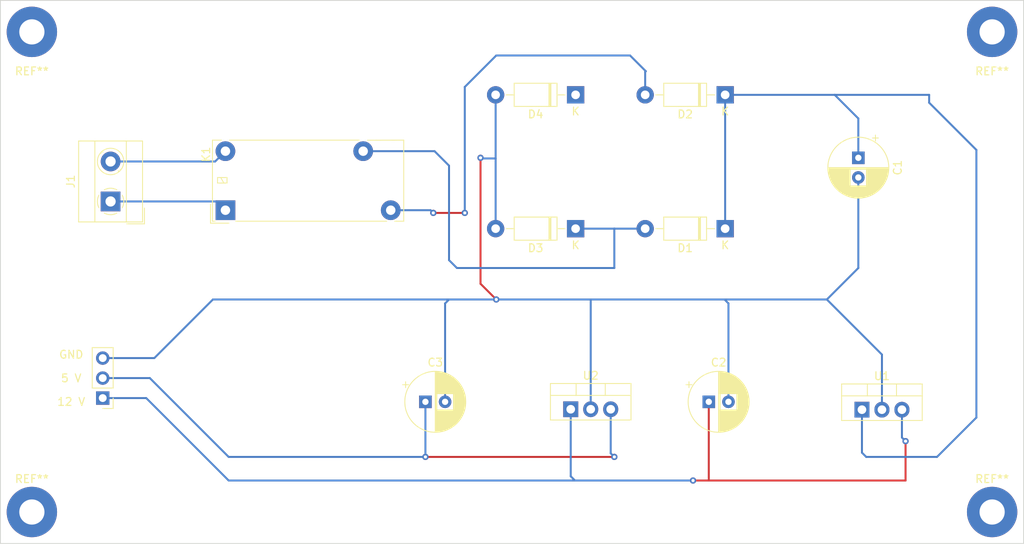
<source format=kicad_pcb>
(kicad_pcb (version 20211014) (generator pcbnew)
  (layers (0 "F.Cu" signal) (31 "B.Cu" signal) (34 "B.Paste" user) (35 "F.Paste" user) (36 "B.SilkS" user "B.Silkscreen") (37 "F.SilkS" user "F.Silkscreen") (38 "B.Mask" user) (39 "F.Mask" user) (44 "Edge.Cuts" user))
  (net 0 "")
  (net 1 "Net-(D1-Pad1)")
  (net 2 "Net-(D3-Pad2)")
  (net 3 "Net-(U1-Pad3)")
  (net 4 "Net-(C3-Pad1)")
  (net 5 "Net-(D1-Pad2)")
  (net 6 "Net-(D2-Pad2)")
  (net 8 "Net-(J1-Pad1)")
  (net 9 "Net-(J1-Pad2)")
  (footprint "Capacitor_THT:CP_Radial_D7.5mm_P2.50mm" (layer "F.Cu") (at 135.28 111.54)
    (fp_text reference "C3" (at 1.25 -5) (layer "F.SilkS"))
    (fp_text value "C_Polarized")
    (pad "1" thru_hole rect (at 0 0) (size 1.6 1.6) (drill 0.8) (layers *.Cu *.Mask) (net 4 "Net-(C3-Pad1)"))
    (pad "2" thru_hole circle (at 2.5 0) (size 1.6 1.6) (drill 0.8) (layers *.Cu *.Mask) (net 2 "Net-(D3-Pad2)"))
  )
  (footprint "Package_TO_SOT_THT:TO-220-3_Vertical" (layer "F.Cu") (at 153.74 112.485)
    (fp_text reference "U2" (at 2.54 -4.27) (layer "F.SilkS"))
    (fp_text value "L7805")
    (pad "1" thru_hole rect (at 0 0) (size 1.905 2) (drill 1.1) (layers *.Cu *.Mask) (net 3 "Net-(U1-Pad3)"))
    (pad "2" thru_hole oval (at 2.54 0) (size 1.905 2) (drill 1.1) (layers *.Cu *.Mask) (net 2 "Net-(D3-Pad2)"))
    (pad "3" thru_hole oval (at 5.08 0) (size 1.905 2) (drill 1.1) (layers *.Cu *.Mask) (net 4 "Net-(C3-Pad1)"))
  )
  (footprint "Relay_THT:Relay_1P1T_NO_10x24x18.8mm_Panasonic_ADW11xxxxW_THT" (layer "F.Cu") (at 109.8725 87.1975 90)
    (fp_text reference "K1" (at 7.08 -2.46 90) (layer "F.SilkS"))
    (fp_text value "Transfomer")
    (pad "1" thru_hole rect (at 0 0 90) (size 2.5 2.5) (drill 1.2) (layers *.Cu *.Mask) (net 8 "Net-(J1-Pad1)"))
    (pad "3" thru_hole oval (at 0 21 90) (size 2.5 2.5) (drill 1.2) (layers *.Cu *.Mask) (net 6 "Net-(D2-Pad2)"))
    (pad "5" thru_hole oval (at 7.5 17.5 90) (size 2.5 2.5) (drill 1.2) (layers *.Cu *.Mask) (net 5 "Net-(D1-Pad2)"))
    (pad "6" thru_hole oval (at 7.5 0 90) (size 2.5 2.5) (drill 1.2) (layers *.Cu *.Mask) (net 9 "Net-(J1-Pad2)"))
  )
  (footprint "Capacitor_THT:CP_Radial_D7.5mm_P2.50mm" (layer "F.Cu") (at 190.28 80.54 -90)
    (fp_text reference "C1" (at 1.25 -5 90) (layer "F.SilkS"))
    (fp_text value "C_Polarized")
    (pad "1" thru_hole rect (at 0 0 270) (size 1.6 1.6) (drill 0.8) (layers *.Cu *.Mask) (net 1 "Net-(D1-Pad1)"))
    (pad "2" thru_hole circle (at 2.5 0 270) (size 1.6 1.6) (drill 0.8) (layers *.Cu *.Mask) (net 2 "Net-(D3-Pad2)"))
  )
  (footprint "MountingHole:MountingHole_3.2mm_M3_Pad" (layer "F.Cu") (at 85.28 64.54)
    (fp_text reference "REF**" (at 0 5) (layer "F.SilkS"))
    (fp_text value "MountingHole_3.2mm_M3_Pad")
    (pad "1" thru_hole circle (at 0 0) (size 6.4 6.4) (drill 3.2) (layers *.Cu *.Mask))
  )
  (footprint "Diode_THT:D_DO-41_SOD81_P10.16mm_Horizontal" (layer "F.Cu") (at 154.36 72.54 180)
    (fp_text reference "D4" (at 5.08 -2.47) (layer "F.SilkS"))
    (fp_text value "1N4007")
    (fp_text user "K" (at 0 -2.1) (layer "F.SilkS"))
    (pad "1" thru_hole rect (at 0 0 180) (size 2.2 2.2) (drill 1.1) (layers *.Cu *.Mask))
    (pad "2" thru_hole oval (at 10.16 0 180) (size 2.2 2.2) (drill 1.1) (layers *.Cu *.Mask) (net 2 "Net-(D3-Pad2)"))
  )
  (footprint "Diode_THT:D_DO-41_SOD81_P10.16mm_Horizontal" (layer "F.Cu") (at 154.36 89.54 180)
    (fp_text reference "D3" (at 5.08 -2.47) (layer "F.SilkS"))
    (fp_text value "1N4007")
    (fp_text user "K" (at 0 -2.1) (layer "F.SilkS"))
    (pad "1" thru_hole rect (at 0 0 180) (size 2.2 2.2) (drill 1.1) (layers *.Cu *.Mask) (net 5 "Net-(D1-Pad2)"))
    (pad "2" thru_hole oval (at 10.16 0 180) (size 2.2 2.2) (drill 1.1) (layers *.Cu *.Mask) (net 2 "Net-(D3-Pad2)"))
  )
  (footprint "MountingHole:MountingHole_3.2mm_M3_Pad" (layer "F.Cu") (at 207.28 125.54)
    (fp_text reference "REF**" (at 0 -4.2) (layer "F.SilkS"))
    (fp_text value "MountingHole_3.2mm_M3_Pad")
    (pad "1" thru_hole circle (at 0 0) (size 6.4 6.4) (drill 3.2) (layers *.Cu *.Mask))
  )
  (footprint "Connector_PinHeader_2.54mm:PinHeader_1x03_P2.54mm_Vertical" (layer "F.Cu") (at 94.28 111.065 180)
    (fp_text reference "12 V" (at 4 -0.475) (layer "F.SilkS"))
    (fp_text value "Conn_01x03")
    (fp_text user "GND" (at 4 5.525) (layer "F.SilkS"))
    (fp_text user "5 V" (at 4 2.525) (layer "F.SilkS"))
    (pad "1" thru_hole rect (at 0 0 180) (size 1.7 1.7) (drill 1) (layers *.Cu *.Mask) (net 3 "Net-(U1-Pad3)"))
    (pad "2" thru_hole oval (at 0 2.54 180) (size 1.7 1.7) (drill 1) (layers *.Cu *.Mask) (net 4 "Net-(C3-Pad1)"))
    (pad "3" thru_hole oval (at 0 5.08 180) (size 1.7 1.7) (drill 1) (layers *.Cu *.Mask) (net 2 "Net-(D3-Pad2)"))
  )
  (footprint "Diode_THT:D_DO-41_SOD81_P10.16mm_Horizontal" (layer "F.Cu") (at 173.36 89.54 180)
    (fp_text reference "D1" (at 5.08 -2.47) (layer "F.SilkS"))
    (fp_text value "1N4007")
    (fp_text user "K" (at 0 -2.1) (layer "F.SilkS"))
    (pad "1" thru_hole rect (at 0 0 180) (size 2.2 2.2) (drill 1.1) (layers *.Cu *.Mask) (net 1 "Net-(D1-Pad1)"))
    (pad "2" thru_hole oval (at 10.16 0 180) (size 2.2 2.2) (drill 1.1) (layers *.Cu *.Mask) (net 5 "Net-(D1-Pad2)"))
  )
  (footprint "TerminalBlock_MetzConnect:TerminalBlock_MetzConnect_Type101_RT01602HBWC_1x02_P5.08mm_Horizontal" (layer "F.Cu") (at 95.28 86.085 90)
    (fp_text reference "J1" (at 2.54 -5.06 90) (layer "F.SilkS"))
    (fp_text value "Screw_Terminal_01x02")
    (pad "1" thru_hole rect (at 0 0 90) (size 2.5 2.5) (drill 1.3) (layers *.Cu *.Mask) (net 8 "Net-(J1-Pad1)"))
    (pad "2" thru_hole circle (at 5.08 0 90) (size 2.5 2.5) (drill 1.3) (layers *.Cu *.Mask) (net 9 "Net-(J1-Pad2)"))
  )
  (footprint "MountingHole:MountingHole_3.2mm_M3_Pad" (layer "F.Cu") (at 207.28 64.54)
    (fp_text reference "REF**" (at 0 5) (layer "F.SilkS"))
    (fp_text value "MountingHole_3.2mm_M3_Pad")
    (pad "1" thru_hole circle (at 0 0) (size 6.4 6.4) (drill 3.2) (layers *.Cu *.Mask))
  )
  (footprint "Diode_THT:D_DO-41_SOD81_P10.16mm_Horizontal" (layer "F.Cu") (at 173.36 72.54 180)
    (fp_text reference "D2" (at 5.08 -2.47) (layer "F.SilkS"))
    (fp_text value "1N4007")
    (fp_text user "K" (at 0 -2.1) (layer "F.SilkS"))
    (pad "1" thru_hole rect (at 0 0 180) (size 2.2 2.2) (drill 1.1) (layers *.Cu *.Mask) (net 1 "Net-(D1-Pad1)"))
    (pad "2" thru_hole oval (at 10.16 0 180) (size 2.2 2.2) (drill 1.1) (layers *.Cu *.Mask) (net 6 "Net-(D2-Pad2)"))
  )
  (footprint "Capacitor_THT:CP_Radial_D7.5mm_P2.50mm" (layer "F.Cu") (at 171.28 111.54)
    (fp_text reference "C2" (at 1.25 -5) (layer "F.SilkS"))
    (fp_text value "C_Polarized")
    (pad "1" thru_hole rect (at 0 0) (size 1.6 1.6) (drill 0.8) (layers *.Cu *.Mask) (net 3 "Net-(U1-Pad3)"))
    (pad "2" thru_hole circle (at 2.5 0) (size 1.6 1.6) (drill 0.8) (layers *.Cu *.Mask) (net 2 "Net-(D3-Pad2)"))
  )
  (footprint "MountingHole:MountingHole_3.2mm_M3_Pad" (layer "F.Cu") (at 85.28 125.54)
    (fp_text reference "REF**" (at 0 -4.2) (layer "F.SilkS"))
    (fp_text value "MountingHole_3.2mm_M3_Pad")
    (pad "1" thru_hole circle (at 0 0) (size 6.4 6.4) (drill 3.2) (layers *.Cu *.Mask))
  )
  (footprint "Package_TO_SOT_THT:TO-220-3_Vertical" (layer "F.Cu") (at 190.74 112.54)
    (fp_text reference "U1" (at 2.54 -4.27) (layer "F.SilkS"))
    (fp_text value "L7812")
    (pad "1" thru_hole rect (at 0 0) (size 1.905 2) (drill 1.1) (layers *.Cu *.Mask) (net 1 "Net-(D1-Pad1)"))
    (pad "2" thru_hole oval (at 2.54 0) (size 1.905 2) (drill 1.1) (layers *.Cu *.Mask) (net 2 "Net-(D3-Pad2)"))
    (pad "3" thru_hole oval (at 5.08 0) (size 1.905 2) (drill 1.1) (layers *.Cu *.Mask) (net 3 "Net-(U1-Pad3)"))
  )
  (gr_rect (start 81.28 60.54) (end 211.28 129.54) (layer "Edge.Cuts") (width 0.1) (fill none))
  (segment (start 187.28 72.54) (end 190.28 75.54) (width 0.25) (layer "B.Cu") (net 1))
  (segment (start 173.36 72.54) (end 187.28 72.54) (width 0.25) (layer "B.Cu") (net 1))
  (segment (start 190.74 112.54) (end 190.74 118) (width 0.25) (layer "B.Cu") (net 1))
  (segment (start 191.28 118.54) (end 200.28 118.54) (width 0.25) (layer "B.Cu") (net 1))
  (segment (start 199.28 72.54) (end 187.28 72.54) (width 0.25) (layer "B.Cu") (net 1))
  (segment (start 190.28 75.54) (end 190.28 80.54) (width 0.25) (layer "B.Cu") (net 1))
  (segment (start 200.28 118.54) (end 205.28 113.54) (width 0.25) (layer "B.Cu") (net 1))
  (segment (start 173.36 72.54) (end 173.36 89.54) (width 0.25) (layer "B.Cu") (net 1))
  (segment (start 205.28 79.54) (end 199.28 73.54) (width 0.25) (layer "B.Cu") (net 1))
  (segment (start 199.28 73.54) (end 199.28 72.54) (width 0.25) (layer "B.Cu") (net 1))
  (segment (start 190.74 118) (end 191.28 118.54) (width 0.25) (layer "B.Cu") (net 1))
  (segment (start 205.28 113.54) (end 205.28 79.54) (width 0.25) (layer "B.Cu") (net 1))
  (segment (start 142.28 80.54) (end 142.28 96.54) (width 0.25) (layer "F.Cu") (net 2))
  (segment (start 142.28 96.54) (end 144.28 98.54) (width 0.25) (layer "F.Cu") (net 2))
  (via (at 142.28 80.54) (size 0.8) (drill 0.4) (layers "F.Cu" "B.Cu") (net 2))
  (via (at 144.28 98.54) (size 0.8) (drill 0.4) (layers "F.Cu" "B.Cu") (net 2))
  (segment (start 144.2 72.54) (end 144.2 80.62) (width 0.25) (layer "B.Cu") (net 2))
  (segment (start 108.28 98.54) (end 138.28 98.54) (width 0.25) (layer "B.Cu") (net 2))
  (segment (start 144.2 80.62) (end 144.2 89.54) (width 0.25) (layer "B.Cu") (net 2))
  (segment (start 94.28 105.985) (end 100.835 105.985) (width 0.25) (layer "B.Cu") (net 2))
  (segment (start 193.28 105.54) (end 186.28 98.54) (width 0.25) (layer "B.Cu") (net 2))
  (segment (start 137.78 99.04) (end 138.28 98.54) (width 0.25) (layer "B.Cu") (net 2))
  (segment (start 173.28 98.54) (end 186.28 98.54) (width 0.25) (layer "B.Cu") (net 2))
  (segment (start 186.28 98.54) (end 190.28 94.54) (width 0.25) (layer "B.Cu") (net 2))
  (segment (start 193.28 112.54) (end 193.28 105.54) (width 0.25) (layer "B.Cu") (net 2))
  (segment (start 137.78 111.54) (end 137.78 99.04) (width 0.25) (layer "B.Cu") (net 2))
  (segment (start 144.28 98.54) (end 156.28 98.54) (width 0.25) (layer "B.Cu") (net 2))
  (segment (start 156.28 98.54) (end 173.28 98.54) (width 0.25) (layer "B.Cu") (net 2))
  (segment (start 100.835 105.985) (end 108.28 98.54) (width 0.25) (layer "B.Cu") (net 2))
  (segment (start 190.28 94.54) (end 190.28 83.04) (width 0.25) (layer "B.Cu") (net 2))
  (segment (start 142.36 80.62) (end 142.28 80.54) (width 0.25) (layer "B.Cu") (net 2))
  (segment (start 138.28 98.54) (end 144.28 98.54) (width 0.25) (layer "B.Cu") (net 2))
  (segment (start 173.78 111.54) (end 173.78 99.04) (width 0.25) (layer "B.Cu") (net 2))
  (segment (start 156.28 112.485) (end 156.28 98.54) (width 0.25) (layer "B.Cu") (net 2))
  (segment (start 173.78 99.04) (end 173.28 98.54) (width 0.25) (layer "B.Cu") (net 2))
  (segment (start 144.2 80.62) (end 142.36 80.62) (width 0.25) (layer "B.Cu") (net 2))
  (segment (start 171.28 121.54) (end 171.28 111.54) (width 0.25) (layer "F.Cu") (net 3))
  (segment (start 196.28 121.54) (end 171.28 121.54) (width 0.25) (layer "F.Cu") (net 3))
  (segment (start 169.28 121.54) (end 171.28 121.54) (width 0.25) (layer "F.Cu") (net 3))
  (segment (start 196.28 116.54) (end 196.28 121.54) (width 0.25) (layer "F.Cu") (net 3))
  (via (at 169.28 121.54) (size 0.8) (drill 0.4) (layers "F.Cu" "B.Cu") (net 3))
  (via (at 196.28 116.54) (size 0.8) (drill 0.4) (layers "F.Cu" "B.Cu") (net 3))
  (segment (start 195.82 112.54) (end 195.82 116.08) (width 0.25) (layer "B.Cu") (net 3))
  (segment (start 153.74 112.485) (end 153.74 121) (width 0.25) (layer "B.Cu") (net 3))
  (segment (start 99.805 111.065) (end 110.28 121.54) (width 0.25) (layer "B.Cu") (net 3))
  (segment (start 110.28 121.54) (end 154.28 121.54) (width 0.25) (layer "B.Cu") (net 3))
  (segment (start 154.28 121.54) (end 169.28 121.54) (width 0.25) (layer "B.Cu") (net 3))
  (segment (start 153.74 121) (end 154.28 121.54) (width 0.25) (layer "B.Cu") (net 3))
  (segment (start 195.82 116.08) (end 196.28 116.54) (width 0.25) (layer "B.Cu") (net 3))
  (segment (start 94.28 111.065) (end 99.805 111.065) (width 0.25) (layer "B.Cu") (net 3))
  (segment (start 159.28 118.54) (end 135.28 118.54) (width 0.25) (layer "F.Cu") (net 4))
  (via (at 135.28 118.54) (size 0.8) (drill 0.4) (layers "F.Cu" "B.Cu") (net 4))
  (via (at 159.28 118.54) (size 0.8) (drill 0.4) (layers "F.Cu" "B.Cu") (net 4))
  (segment (start 110.28 118.54) (end 135.28 118.54) (width 0.25) (layer "B.Cu") (net 4))
  (segment (start 158.82 112.485) (end 158.82 118.08) (width 0.25) (layer "B.Cu") (net 4))
  (segment (start 135.28 118.54) (end 135.28 111.54) (width 0.25) (layer "B.Cu") (net 4))
  (segment (start 158.82 118.08) (end 159.28 118.54) (width 0.25) (layer "B.Cu") (net 4))
  (segment (start 94.28 108.525) (end 100.265 108.525) (width 0.25) (layer "B.Cu") (net 4))
  (segment (start 100.265 108.525) (end 110.28 118.54) (width 0.25) (layer "B.Cu") (net 4))
  (segment (start 138.28 81.54) (end 138.28 93.54) (width 0.25) (layer "B.Cu") (net 5))
  (segment (start 138.28 93.54) (end 139.28 94.54) (width 0.25) (layer "B.Cu") (net 5))
  (segment (start 159.28 89.54) (end 163.2 89.54) (width 0.25) (layer "B.Cu") (net 5))
  (segment (start 159.28 94.54) (end 159.28 89.54) (width 0.25) (layer "B.Cu") (net 5))
  (segment (start 154.36 89.54) (end 159.28 89.54) (width 0.25) (layer "B.Cu") (net 5))
  (segment (start 139.28 94.54) (end 159.28 94.54) (width 0.25) (layer "B.Cu") (net 5))
  (segment (start 136.4375 79.6975) (end 138.28 81.54) (width 0.25) (layer "B.Cu") (net 5))
  (segment (start 127.3725 79.6975) (end 136.4375 79.6975) (width 0.25) (layer "B.Cu") (net 5))
  (segment (start 136.28 87.54) (end 140.28 87.54) (width 0.25) (layer "F.Cu") (net 6))
  (via (at 140.28 87.54) (size 0.8) (drill 0.4) (layers "F.Cu" "B.Cu") (net 6))
  (via (at 136.28 87.54) (size 0.8) (drill 0.4) (layers "F.Cu" "B.Cu") (net 6))
  (segment (start 163.2 69.62) (end 163.2 72.54) (width 0.25) (layer "B.Cu") (net 6))
  (segment (start 130.8725 87.1975) (end 135.9375 87.1975) (width 0.25) (layer "B.Cu") (net 6))
  (segment (start 144.28 67.54) (end 161.28 67.54) (width 0.25) (layer "B.Cu") (net 6))
  (segment (start 163.28 69.54) (end 163.2 69.62) (width 0.25) (layer "B.Cu") (net 6))
  (segment (start 140.28 71.54) (end 144.28 67.54) (width 0.25) (layer "B.Cu") (net 6))
  (segment (start 140.28 87.54) (end 140.28 71.54) (width 0.25) (layer "B.Cu") (net 6))
  (segment (start 161.28 67.54) (end 163.28 69.54) (width 0.25) (layer "B.Cu") (net 6))
  (segment (start 135.9375 87.1975) (end 136.28 87.54) (width 0.25) (layer "B.Cu") (net 6))
  (segment (start 95.28 86.085) (end 108.76 86.085) (width 0.25) (layer "B.Cu") (net 8))
  (segment (start 108.76 86.085) (end 109.8725 87.1975) (width 0.25) (layer "B.Cu") (net 8))
  (segment (start 95.28 81.005) (end 108.565 81.005) (width 0.25) (layer "B.Cu") (net 9))
  (segment (start 108.565 81.005) (end 109.8725 79.6975) (width 0.25) (layer "B.Cu") (net 9))
)
</source>
